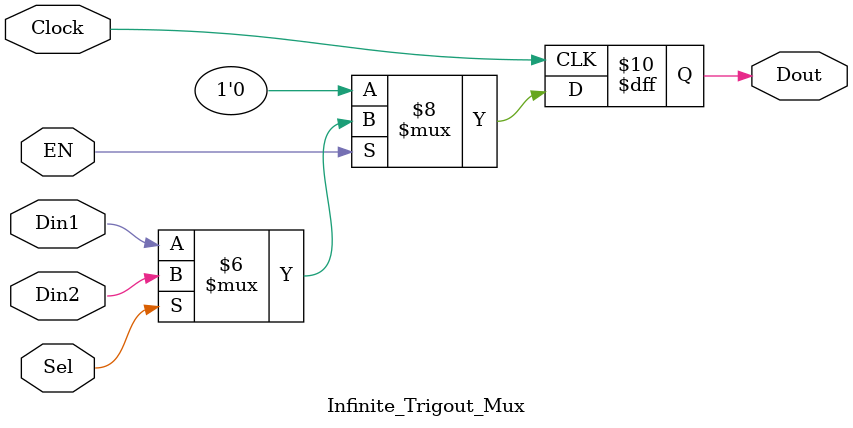
<source format=v>
`timescale	1ns/1ps

module	Infinite_Trigout_Mux(Dout, Din1, Din2, Sel, EN, Clock)	;

output	Dout	;
reg	Dout	;

input	Din1, Din2	;
wire	Din1, Din2	;

input	Sel	;
wire	Sel	;

input	EN	;
wire	EN	;

input	Clock	;
wire	Clock	;


//assign	Dout = Sel ? Din2 : Din1	;


always	@(posedge	Clock)
	begin
		if ( EN == 1'b1 )
			begin
				if ( Sel == 1'b1 )
					begin
						Dout <= Din2	;
					end
				else
					begin
						Dout <= Din1	;
					end
			end
		else
			begin
				Dout <= 1'b0	;
			end
	end


endmodule


</source>
